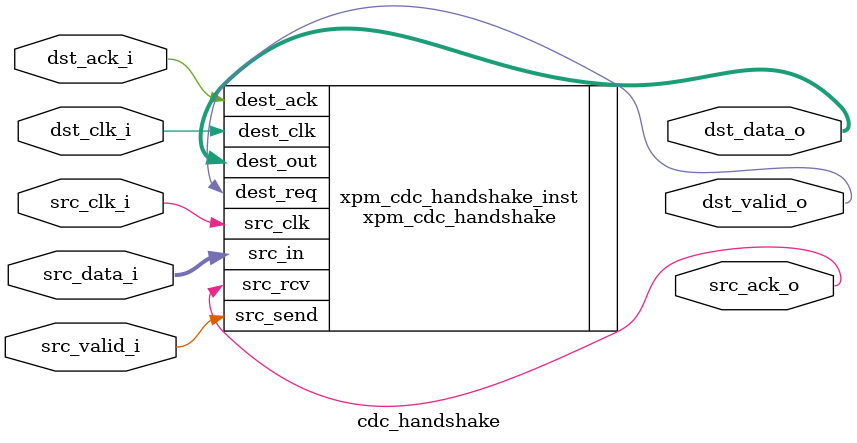
<source format=sv>

module cdc_handshake #(
      parameter DATA_WIDTH  = 16
    , parameter SRC_SYNC_FF = 3
    , parameter DST_SYNC_FF = 3
)(
      input  wire  src_clk_i
    , input  wire  dst_clk_i

    , input  logic [DATA_WIDTH-1:0] src_data_i
    , input  logic src_valid_i
    , output logic src_ack_o

    , output logic [DATA_WIDTH-1:0] dst_data_o
    , output logic dst_valid_o
    , input  logic dst_ack_i
);

// XPM_CDC instantiation template for Bus Synchronizer with Full Handshake configurations
// Refer to the targeted device family architecture libraries guide for XPM_CDC documentation
// =======================================================================================================================

// Parameter usage table, organized as follows:
// +---------------------------------------------------------------------------------------------------------------------+
// | Parameter name       | Data type          | Restrictions, if applicable                                             |
// |---------------------------------------------------------------------------------------------------------------------|
// | Description                                                                                                         |
// +---------------------------------------------------------------------------------------------------------------------+
// +---------------------------------------------------------------------------------------------------------------------+
// | DEST_EXT_HSK         | Integer            | Allowed values: 1, 0. Default value = 1.                                |
// |---------------------------------------------------------------------------------------------------------------------|
// | 0- An internal handshake will be implemented in the macro to acknowledge receipt of data on the destination clock   |
// | domain. When using this option, the valid dest_out output must be consumed immediately to avoid any data loss.      |
// | 1- External handshake logic must be implemented by the user to acknowledge receipt of data on the destination clock |
// | domain.                                                                                                             |
// +---------------------------------------------------------------------------------------------------------------------+
// | DEST_SYNC_FF         | Integer            | Range: 2 - 10. Default value = 4.                                       |
// |---------------------------------------------------------------------------------------------------------------------|
// | Number of register stages used to synchronize signal in the destination clock domain.                               |
// +---------------------------------------------------------------------------------------------------------------------+
// | INIT_SYNC_FF         | Integer            | Allowed values: 0, 1. Default value = 0.                                |
// |---------------------------------------------------------------------------------------------------------------------|
// | 0- Disable behavioral simulation initialization value(s) on synchronization registers.                              |
// | 1- Enable behavioral simulation initialization value(s) on synchronization registers.                               |
// +---------------------------------------------------------------------------------------------------------------------+
// | SIM_ASSERT_CHK       | Integer            | Allowed values: 0, 1. Default value = 0.                                |
// |---------------------------------------------------------------------------------------------------------------------|
// | 0- Disable simulation message reporting. Messages related to potential misuse will not be reported.                 |
// | 1- Enable simulation message reporting. Messages related to potential misuse will be reported.                      |
// +---------------------------------------------------------------------------------------------------------------------+
// | SRC_SYNC_FF          | Integer            | Range: 2 - 10. Default value = 4.                                       |
// |---------------------------------------------------------------------------------------------------------------------|
// | Number of register stages used to synchronize signal in the source clock domain.                                    |
// +---------------------------------------------------------------------------------------------------------------------+
// | WIDTH                | Integer            | Range: 1 - 1024. Default value = 1.                                     |
// |---------------------------------------------------------------------------------------------------------------------|
// | Width of bus that will be synchronized to destination clock domain.                                                 |
// +---------------------------------------------------------------------------------------------------------------------+

// Port usage table, organized as follows:
// +---------------------------------------------------------------------------------------------------------------------+
// | Port name      | Direction | Size, in bits                         | Domain  | Sense       | Handling if unused     |
// |---------------------------------------------------------------------------------------------------------------------|
// | Description                                                                                                         |
// +---------------------------------------------------------------------------------------------------------------------+
// +---------------------------------------------------------------------------------------------------------------------+
// | dest_ack       | Input     | 1                                     | dest_clk| Active-high | Tie to 1'b0            |
// |---------------------------------------------------------------------------------------------------------------------|
// | Destination logic acknowledgement if DEST_EXT_HSK = 1. Unused when DEST_EXT_HSK = 0.                                |
// | Asserting this signal indicates that data on dest_out has been captured by the destination logic.                   |
// | This signal should be deasserted once dest_req is deasserted, completing the handshake on the destination clock     |
// | domain and indicating that the destination logic is ready for a new data transfer.                                  |
// +---------------------------------------------------------------------------------------------------------------------+
// | dest_clk       | Input     | 1                                     | NA      | Rising edge | Required               |
// |---------------------------------------------------------------------------------------------------------------------|
// | Destination clock.                                                                                                  |
// +---------------------------------------------------------------------------------------------------------------------+
// | dest_out       | Output    | WIDTH                                 | dest_clk| NA          | Required               |
// |---------------------------------------------------------------------------------------------------------------------|
// | Input bus (src_in) synchronized to destination clock domain. This output is registered.                             |
// +---------------------------------------------------------------------------------------------------------------------+
// | dest_req       | Output    | 1                                     | dest_clk| Active-high | Required               |
// |---------------------------------------------------------------------------------------------------------------------|
// | Assertion of this signal indicates that new dest_out data has been received and is ready to be used or captured     |
// | by the destination logic.                                                                                           |
// |                                                                                                                     |
// |   When DEST_EXT_HSK = 1, this signal will deassert once the source handshake acknowledges that the destination clock|
// | domain has received the transferred data.                                                                           |
// |   When DEST_EXT_HSK = 0, this signal asserts for one clock period when dest_out bus is valid.                       |
// |                                                                                                                     |
// | This output is registered.                                                                                          |
// +---------------------------------------------------------------------------------------------------------------------+
// | src_clk        | Input     | 1                                     | NA      | Rising edge | Required               |
// |---------------------------------------------------------------------------------------------------------------------|
// | Source clock.                                                                                                       |
// +---------------------------------------------------------------------------------------------------------------------+
// | src_in         | Input     | WIDTH                                 | src_clk | NA          | Required               |
// |---------------------------------------------------------------------------------------------------------------------|
// | Input bus that will be synchronized to the destination clock domain.                                                |
// +---------------------------------------------------------------------------------------------------------------------+
// | src_rcv        | Output    | 1                                     | src_clk | Active-high | Required               |
// |---------------------------------------------------------------------------------------------------------------------|
// | Acknowledgement from destination logic that src_in has been received.                                               |
// | This signal will be deasserted once destination handshake has fully completed, thus completing a full               |
// | data transfer. This output is registered.                                                                           |
// +---------------------------------------------------------------------------------------------------------------------+
// | src_send       | Input     | 1                                     | src_clk | Active-high | Required               |
// |---------------------------------------------------------------------------------------------------------------------|
// | Assertion of this signal allows the src_in bus to be synchronized to the destination clock domain.                  |
// |                                                                                                                     |
// |   This signal should only be asserted when src_rcv is deasserted, indicating that the previous data transfer        |
// | is complete.                                                                                                        |
// |   This signal should only be deasserted once src_rcv is asserted, acknowledging that the src_in has been received by|
// | the destination logic.                                                                                              |
// +---------------------------------------------------------------------------------------------------------------------+


   xpm_cdc_handshake #(
      .DEST_EXT_HSK(1),   // DECIMAL; 0=internal handshake, 1=external handshake
      .DEST_SYNC_FF(3),   // DECIMAL; range: 2-10
      .INIT_SYNC_FF(0),   // DECIMAL; 0=disable simulation init values, 1=enable simulation init values
      .SIM_ASSERT_CHK(0), // DECIMAL; 0=disable simulation messages, 1=enable simulation messages
      .SRC_SYNC_FF(3),    // DECIMAL; range: 2-10
      .WIDTH(DATA_WIDTH)  // DECIMAL; range: 1-1024
   )
   xpm_cdc_handshake_inst (
      .dest_out(dst_data_o), // WIDTH-bit output: Input bus (src_in) synchronized to destination clock domain.
                           // This output is registered.

      .dest_req(dst_valid_o), // 1-bit output: Assertion of this signal indicates that new dest_out data has been
                           // received and is ready to be used or captured by the destination logic. When
                           // DEST_EXT_HSK = 1, this signal will deassert once the source handshake
                           // acknowledges that the destination clock domain has received the transferred data.
                           // When DEST_EXT_HSK = 0, this signal asserts for one clock period when dest_out bus
                           // is valid. This output is registered.

      .src_rcv(src_ack_o),   // 1-bit output: Acknowledgement from destination logic that src_in has been
                           // received. This signal will be deasserted once destination handshake has fully
                           // completed, thus completing a full data transfer. This output is registered.

      .dest_ack(dst_ack_i), // 1-bit input: optional; required when DEST_EXT_HSK = 1
      .dest_clk(dst_clk_i), // 1-bit input: Destination clock.
      .src_clk(src_clk_i),   // 1-bit input: Source clock.
      .src_in(src_data_i),     // WIDTH-bit input: Input bus that will be synchronized to the destination clock
                           // domain.

      .src_send(src_valid_i)  // 1-bit input: Assertion of this signal allows the src_in bus to be synchronized to
                           // the destination clock domain. This signal should only be asserted when src_rcv is
                           // deasserted, indicating that the previous data transfer is complete. This signal
                           // should only be deasserted once src_rcv is asserted, acknowledging that the src_in
                           // has been received by the destination logic.
   );

endmodule
</source>
